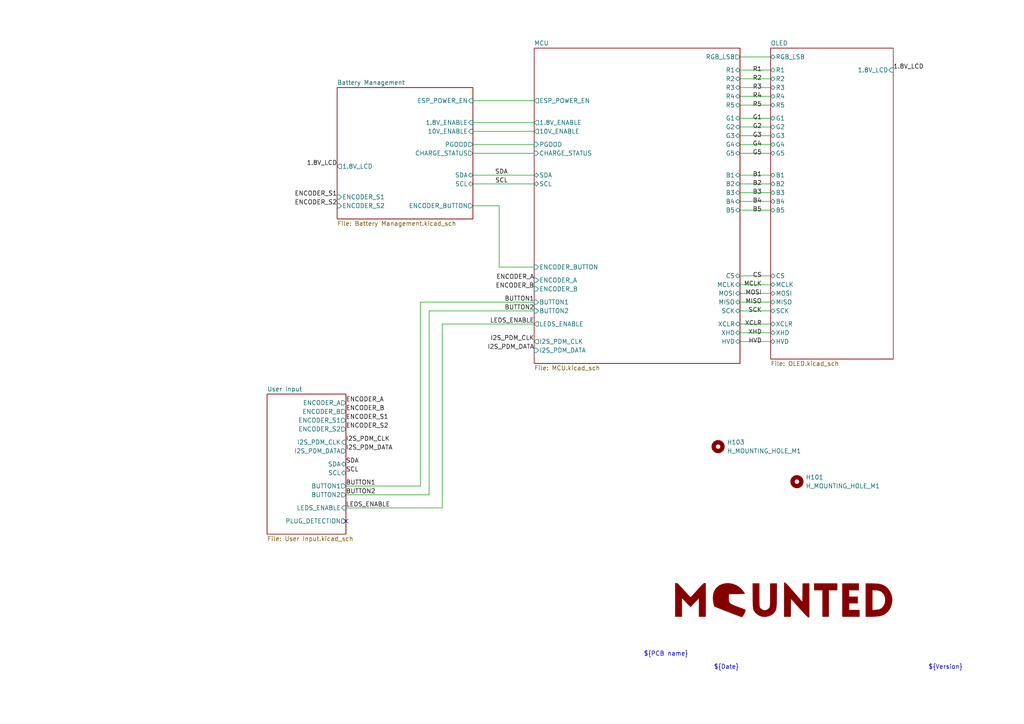
<source format=kicad_sch>
(kicad_sch (version 20231120) (generator "eeschema") (generator_version "8.0")
  (paper "A4")
  (lib_symbols
    (symbol ".mounted-lib:H_MOUNTING_HOLE_M1" (in_bom no)
      (property "Reference" "H?" (at 2.54 1.2701 0))
      (property "Value" "H_MOUNTING_HOLE_M1" (at 40.64 12.7 0))
      (symbol "H_MOUNTING_HOLE_M1_0_1"
        (circle (center 0 0) (radius 1.27) (stroke (width 1.27)))
      )
    )
    (symbol ".mounted-lib:mounted_logo" (pin_names (offset 1.016)) (in_bom no)
      (symbol "mounted_logo_0_0"
        (polyline (pts (xy 13.0541 -1.012) (xy 13.0541 2.8335) (xy 14.2685 2.8335) (xy 15.4828 2.8335) (xy 15.4828 3.7948) (xy 15.4828 4.7562) (xy 12.1434 4.7562) (xy 8.8039 4.7562) (xy 8.8039 3.7948) (xy 8.8039 2.8335) (xy 10.0183 2.8335) (xy 11.2326 2.8335) (xy 11.2326 -1.012) (xy 11.2326 -4.8574) (xy 12.1434 -4.8574) (xy 13.0541 -4.8574) (xy 13.0541 -1.012)) (stroke (width 0.01)) (fill (type outline)))
        (polyline (pts (xy 21.9593 -3.896) (xy 21.9593 -2.9347) (xy 20.4414 -2.9347) (xy 18.9235 -2.9347) (xy 18.9235 -1.9733) (xy 18.9235 -1.012) (xy 20.1884 -1.012) (xy 21.4533 -1.012) (xy 21.4533 -0.0506) (xy 21.4533 0.9107) (xy 20.1884 0.9107) (xy 18.9235 0.9107) (xy 18.9235 1.8721) (xy 18.9235 2.8335) (xy 20.3402 2.8335) (xy 21.7569 2.8335) (xy 21.7569 3.7948) (xy 21.7569 4.7562) (xy 19.3788 4.7562) (xy 17.0008 4.7562) (xy 17.0008 -0.0506) (xy 17.0008 -4.8574) (xy 19.48 -4.8574) (xy 21.9593 -4.8574) (xy 21.9593 -3.896)) (stroke (width 0.01)) (fill (type outline)))
        (polyline (pts (xy 7.3872 -0.1518) (xy 7.3872 4.7562) (xy 6.4275 4.7562) (xy 5.4678 4.7562) (xy 5.4409 2.0564) (xy 5.4139 -0.6433) (xy 3.0016 2.1576) (xy 2.3562 2.9042) (xy 1.8128 3.5255) (xy 1.3749 4.0164) (xy 1.0304 4.3895) (xy 0.7673 4.6575) (xy 0.5734 4.8332) (xy 0.4367 4.9293) (xy 0.3452 4.9585) (xy 0.1012 4.9585) (xy 0.1012 0.0506) (xy 0.1012 -4.8574) (xy 1.0608 -4.8574) (xy 2.0205 -4.8574) (xy 2.0475 -2.2586) (xy 2.0745 0.3401) (xy 4.5011 -2.3598) (xy 4.7 -2.5808) (xy 5.3538 -3.3024) (xy 5.8892 -3.8837) (xy 6.3167 -4.3354) (xy 6.6469 -4.6683) (xy 6.8901 -4.8929) (xy 7.0568 -5.0198) (xy 7.1575 -5.0598) (xy 7.3872 -5.0598) (xy 7.3872 -0.1518)) (stroke (width 0.01)) (fill (type outline)))
        (polyline (pts (xy -29.5449 -2.1504) (xy -29.5409 0.5566) (xy -28.3053 -0.7424) (xy -27.0698 -2.0414) (xy -25.8301 -0.7769) (xy -24.5905 0.4877) (xy -24.5905 -2.1848) (xy -24.5905 -4.8574) (xy -23.6291 -4.8574) (xy -22.6678 -4.8574) (xy -22.6678 0) (xy -22.6678 4.8574) (xy -22.9639 4.8574) (xy -23.0357 4.8497) (xy -23.152 4.8043) (xy -23.2999 4.7038) (xy -23.4963 4.5321) (xy -23.7582 4.2729) (xy -24.1025 3.9099) (xy -24.5462 3.4271) (xy -25.1062 2.8082) (xy -25.1312 2.7804) (xy -25.6173 2.2426) (xy -26.059 1.757) (xy -26.4383 1.3434) (xy -26.7368 1.0213) (xy -26.9366 0.8106) (xy -27.0195 0.7308) (xy -27.0218 0.7308) (xy -27.1159 0.8089) (xy -27.3249 1.0176) (xy -27.6307 1.3378) (xy -28.0155 1.7506) (xy -28.4613 2.237) (xy -28.9503 2.7779) (xy -29.0633 2.9036) (xy -29.5971 3.4952) (xy -30.0179 3.9544) (xy -30.3429 4.2978) (xy -30.5897 4.5419) (xy -30.7757 4.7032) (xy -30.9183 4.7982) (xy -31.0349 4.8433) (xy -31.1429 4.8552) (xy -31.4717 4.8574) (xy -31.4717 0) (xy -31.4717 -4.8574) (xy -30.5104 -4.8574) (xy -29.549 -4.8574) (xy -29.5449 -2.1504)) (stroke (width 0.01)) (fill (type outline)))
        (polyline (pts (xy 25.4253 -4.8556) (xy 25.6404 -4.8547) (xy 26.5575 -4.83) (xy 27.3171 -4.7676) (xy 27.9546 -4.662) (xy 28.505 -4.5079) (xy 29.0036 -4.2997) (xy 29.5084 -3.9977) (xy 30.1403 -3.435) (xy 30.6643 -2.7409) (xy 31.0657 -1.9468) (xy 31.3296 -1.0838) (xy 31.4411 -0.1834) (xy 31.3855 0.7233) (xy 31.3804 0.7543) (xy 31.1515 1.6264) (xy 30.7776 2.4404) (xy 30.2822 3.162) (xy 29.6889 3.7567) (xy 29.0211 4.19) (xy 28.8905 4.2515) (xy 28.3813 4.4468) (xy 27.8162 4.589) (xy 27.1592 4.6839) (xy 26.3743 4.7372) (xy 25.4253 4.7544) (xy 23.7808 4.7562) (xy 23.7808 -0.0506) (xy 23.7808 -2.9588) (xy 25.7035 -2.9588) (xy 25.7035 -0.0506) (xy 25.7035 2.8576) (xy 26.6396 2.8137) (xy 26.8905 2.7983) (xy 27.5042 2.7136) (xy 27.9891 2.5521) (xy 28.3954 2.2928) (xy 28.7736 1.9144) (xy 29.1102 1.4237) (xy 29.364 0.7385) (xy 29.4478 -0.0506) (xy 29.4393 -0.2952) (xy 29.3007 -1.042) (xy 29.0038 -1.702) (xy 28.5635 -2.248) (xy 27.9949 -2.6533) (xy 27.9266 -2.6869) (xy 27.6052 -2.8006) (xy 27.195 -2.8729) (xy 26.6396 -2.9149) (xy 25.7035 -2.9588) (xy 23.7808 -2.9588) (xy 23.7808 -4.8574) (xy 25.4253 -4.8556)) (stroke (width 0.01)) (fill (type outline)))
        (polyline (pts (xy -4.4754 -4.7478) (xy -3.7692 -4.467) (xy -3.1608 -4.0647) (xy -2.6916 -3.5562) (xy -2.613 -3.4418) (xy -2.4727 -3.2245) (xy -2.3593 -3.0132) (xy -2.2696 -2.7847) (xy -2.2006 -2.5159) (xy -2.149 -2.1837) (xy -2.1119 -1.7649) (xy -2.086 -1.2363) (xy -2.0683 -0.5748) (xy -2.0556 0.2428) (xy -2.0449 1.2396) (xy -2.0099 4.7562) (xy -2.9783 4.7562) (xy -3.9467 4.7562) (xy -3.9468 1.442) (xy -3.9473 0.7789) (xy -3.95 -0.014) (xy -3.956 -0.6426) (xy -3.9665 -1.1295) (xy -3.9826 -1.4973) (xy -4.0053 -1.7684) (xy -4.0357 -1.9652) (xy -4.0748 -2.1104) (xy -4.1239 -2.2263) (xy -4.3189 -2.4863) (xy -4.677 -2.7631) (xy -5.0995 -2.9601) (xy -5.5113 -3.0336) (xy -5.7577 -3.0059) (xy -6.2007 -2.8542) (xy -6.601 -2.6075) (xy -6.8788 -2.3081) (xy -6.9051 -2.2636) (xy -6.9556 -2.1601) (xy -6.9955 -2.0331) (xy -7.0261 -1.8603) (xy -7.0487 -1.6193) (xy -7.0643 -1.2877) (xy -7.0744 -0.8433) (xy -7.0801 -0.2635) (xy -7.0827 0.474) (xy -7.0833 1.3914) (xy -7.0837 4.7562) (xy -8.051 4.7562) (xy -9.0182 4.7562) (xy -8.983 1.189) (xy -8.9744 0.3875) (xy -8.9633 -0.4295) (xy -8.9503 -1.0843) (xy -8.9342 -1.5993) (xy -8.914 -1.9967) (xy -8.8883 -2.2985) (xy -8.8561 -2.5271) (xy -8.8161 -2.7046) (xy -8.7671 -2.8532) (xy -8.6157 -3.18) (xy -8.1881 -3.771) (xy -7.62 -4.2662) (xy -6.948 -4.6372) (xy -6.2083 -4.8553) (xy -6.0147 -4.8833) (xy -5.2378 -4.8917) (xy -4.4754 -4.7478)) (stroke (width 0.01)) (fill (type outline)))
        (polyline (pts (xy -12.033 -4.8536) (xy -11.8228 -4.6062) (xy -11.5946 -4.2448) (xy -11.3715 -3.8054) (xy -11.1767 -3.3242) (xy -11.1344 -3.2018) (xy -11.0898 -3.0068) (xy -11.143 -2.8972) (xy -11.3132 -2.7992) (xy -11.4369 -2.7453) (xy -11.7403 -2.6255) (xy -12.1683 -2.4635) (xy -12.6832 -2.2735) (xy -13.2473 -2.0698) (xy -13.685 -1.9116) (xy -14.3947 -1.6403) (xy -14.9424 -1.397) (xy -15.3488 -1.1615) (xy -15.6346 -0.9134) (xy -15.8208 -0.6324) (xy -15.928 -0.2982) (xy -15.9771 0.1096) (xy -15.9889 0.6113) (xy -15.9885 0.757) (xy -15.9792 1.1798) (xy -15.9532 1.4468) (xy -15.9049 1.5943) (xy -15.8288 1.6589) (xy -15.8013 1.6651) (xy -15.5957 1.6827) (xy -15.2307 1.6979) (xy -14.7385 1.7098) (xy -14.1513 1.7175) (xy -13.5013 1.7203) (xy -13.2539 1.7207) (xy -12.6407 1.7258) (xy -12.1129 1.736) (xy -11.6996 1.7502) (xy -11.4302 1.7676) (xy -11.3339 1.7873) (xy -11.3479 1.8507) (xy -11.4667 2.0761) (xy -11.6796 2.3844) (xy -11.9541 2.7332) (xy -12.2575 3.08) (xy -12.5574 3.3822) (xy -13.1861 3.8791) (xy -14.0562 4.357) (xy -14.9946 4.6741) (xy -15.9634 4.818) (xy -16.9248 4.7769) (xy -16.9567 4.7722) (xy -17.8565 4.5627) (xy -18.6212 4.2205) (xy -19.2773 3.7338) (xy -19.3987 3.6179) (xy -19.9135 2.9955) (xy -20.2685 2.2952) (xy -20.4741 1.4909) (xy -20.5407 0.5566) (xy -20.5381 0.4182) (xy -20.5054 -0.0257) (xy -20.4425 -0.5134) (xy -20.3587 -0.9959) (xy -20.2631 -1.4239) (xy -20.1651 -1.7483) (xy -20.0739 -1.9202) (xy -20.0687 -1.9236) (xy -19.9337 -1.9838) (xy -19.6386 -2.1053) (xy -19.2081 -2.2785) (xy -18.6668 -2.4936) (xy -18.0396 -2.7412) (xy -17.351 -3.0114) (xy -16.6258 -3.2948) (xy -15.8887 -3.5816) (xy -15.1644 -3.8623) (xy -14.4776 -4.1272) (xy -13.8529 -4.3666) (xy -13.3151 -4.571) (xy -12.8888 -4.7307) (xy -12.5988 -4.8361) (xy -12.5944 -4.8376) (xy -12.3603 -4.9142) (xy -12.2194 -4.9506) (xy -12.202 -4.9508) (xy -12.033 -4.8536)) (stroke (width 0.01)) (fill (type outline)))
      )
    )
  )
  (no_connect (at 100.33 151.13))
  (wire (pts (xy 214.63 55.88) (xy 223.52 55.88)))
  (wire (pts (xy 214.63 30.48) (xy 223.52 30.48)))
  (wire (pts (xy 214.63 50.8) (xy 223.52 50.8)))
  (wire (pts (xy 214.63 60.96) (xy 223.52 60.96)))
  (wire (pts (xy 144.78 77.47) (xy 154.94 77.47)))
  (wire (pts (xy 214.63 85.09) (xy 223.52 85.09)))
  (wire (pts (xy 214.63 53.34) (xy 223.52 53.34)))
  (wire (pts (xy 128.27 93.98) (xy 128.27 147.32)))
  (wire (pts (xy 214.63 99.06) (xy 223.52 99.06)))
  (wire (pts (xy 214.63 25.4) (xy 223.52 25.4)))
  (wire (pts (xy 214.63 36.83) (xy 223.52 36.83)))
  (wire (pts (xy 154.94 93.98) (xy 128.27 93.98)))
  (wire (pts (xy 137.16 59.69) (xy 144.78 59.69)))
  (wire (pts (xy 214.63 20.32) (xy 223.52 20.32)))
  (wire (pts (xy 214.63 44.45) (xy 223.52 44.45)))
  (wire (pts (xy 214.63 39.37) (xy 223.52 39.37)))
  (wire (pts (xy 214.63 80.01) (xy 223.52 80.01)))
  (wire (pts (xy 214.63 58.42) (xy 223.52 58.42)))
  (wire (pts (xy 137.16 29.21) (xy 154.94 29.21)))
  (wire (pts (xy 137.16 50.8) (xy 154.94 50.8)))
  (wire (pts (xy 121.92 87.63) (xy 154.94 87.63)))
  (wire (pts (xy 214.63 87.63) (xy 223.52 87.63)))
  (wire (pts (xy 137.16 53.34) (xy 154.94 53.34)))
  (wire (pts (xy 214.63 90.17) (xy 223.52 90.17)))
  (wire (pts (xy 137.16 35.56) (xy 154.94 35.56)))
  (wire (pts (xy 214.63 34.29) (xy 223.52 34.29)))
  (wire (pts (xy 214.63 82.55) (xy 223.52 82.55)))
  (wire (pts (xy 214.63 27.94) (xy 223.52 27.94)))
  (wire (pts (xy 100.33 143.51) (xy 124.46 143.51)))
  (wire (pts (xy 128.27 147.32) (xy 100.33 147.32)))
  (wire (pts (xy 124.46 143.51) (xy 124.46 90.17)))
  (wire (pts (xy 137.16 44.45) (xy 154.94 44.45)))
  (wire (pts (xy 137.16 41.91) (xy 154.94 41.91)))
  (wire (pts (xy 214.63 22.86) (xy 223.52 22.86)))
  (wire (pts (xy 100.33 140.97) (xy 121.92 140.97)))
  (wire (pts (xy 144.78 59.69) (xy 144.78 77.47)))
  (wire (pts (xy 214.63 93.98) (xy 223.52 93.98)))
  (wire (pts (xy 121.92 140.97) (xy 121.92 87.63)))
  (wire (pts (xy 137.16 38.1) (xy 154.94 38.1)))
  (wire (pts (xy 124.46 90.17) (xy 154.94 90.17)))
  (wire (pts (xy 214.63 16.51) (xy 223.52 16.51)))
  (wire (pts (xy 214.63 41.91) (xy 223.52 41.91)))
  (wire (pts (xy 214.63 96.52) (xy 223.52 96.52)))
  (text "${PCB name}" (at 186.69 190.5 0) (effects (font (size 1.27 1.27)) (justify left bottom)))
  (text "${Date}" (at 207.01 194.31 0) (effects (font (size 1.27 1.27)) (justify left bottom)))
  (text "${Version}" (at 269.24 194.31 0) (effects (font (size 1.27 1.27)) (justify left bottom)))
  (label "G5" (at 220.98 44.45 180))
  (label "HVD" (at 220.98 99.06 180))
  (label "SCK" (at 220.98 90.17 180))
  (label "B2" (at 220.98 53.34 180))
  (label "B3" (at 220.98 55.88 180))
  (label "LEDS_ENABLE" (at 154.94 93.98 180))
  (label "ENCODER_S2" (at 97.79 59.69 180))
  (label "R5" (at 220.98 30.48 180))
  (label "R2" (at 220.98 22.86 180))
  (label "XCLR" (at 220.98 93.98 180))
  (label "1.8V_LCD" (at 97.79 48.26 180))
  (label "I2S_PDM_CLK" (at 154.94 99.06 180))
  (label "B5" (at 220.98 60.96 180))
  (label "G3" (at 220.98 39.37 180))
  (label "I2S_PDM_CLK" (at 100.33 128.27 0))
  (label "R3" (at 220.98 25.4 180))
  (label "B1" (at 220.98 50.8 180))
  (label "BUTTON1" (at 154.94 87.63 180))
  (label "ENCODER_S2" (at 100.33 124.46 0))
  (label "R4" (at 220.98 27.94 180))
  (label "I2S_PDM_DATA" (at 154.94 101.6 180))
  (label "BUTTON1" (at 100.33 140.97 0))
  (label "ENCODER_S1" (at 100.33 121.92 0))
  (label "ENCODER_S1" (at 97.79 57.15 180))
  (label "LEDS_ENABLE" (at 100.33 147.32 0))
  (label "I2S_PDM_DATA" (at 100.33 130.81 0))
  (label "XHD" (at 220.98 96.52 180))
  (label "SCL" (at 147.32 53.34 180))
  (label "BUTTON2" (at 100.33 143.51 0))
  (label "ENCODER_A" (at 100.33 116.84 0))
  (label "R1" (at 220.98 20.32 180))
  (label "ENCODER_B" (at 154.94 83.82 180))
  (label "CS" (at 220.98 80.01 180))
  (label "G1" (at 220.98 34.29 180))
  (label "SDA" (at 100.33 134.62 0))
  (label "MOSI" (at 220.98 85.09 180))
  (label "SCL" (at 100.33 137.16 0))
  (label "SDA" (at 147.32 50.8 180))
  (label "MISO" (at 220.98 87.63 180))
  (label "ENCODER_A" (at 154.94 81.28 180))
  (label "B4" (at 220.98 58.42 180))
  (label "MCLK" (at 220.98 82.55 180))
  (label "BUTTON2" (at 154.94 90.17 180))
  (label "G4" (at 220.98 41.91 180))
  (label "G2" (at 220.98 36.83 180))
  (label "ENCODER_B" (at 100.33 119.38 0))
  (label "1.8V_LCD" (at 259.08 20.32 0))
  (symbol (lib_id ".mounted-lib:H_MOUNTING_HOLE_M1") (at 231.14 139.7 0) (unit 1) (in_bom no)
    (property "Reference" "H101" (at 233.68 138.43 0) (effects (justify left)))
    (property "Value" "H_MOUNTING_HOLE_M1" (at 233.68 140.97 0) (effects (justify left)))
    (property "Footprint" ".mounted-lib:MountingHole_1.2mm_M1" (effects (hide yes)))
    (property "Datasheet" "http://127.0.0.1" (effects (hide yes)))
    (property "DisplayValue" "Screw" (effects (hide yes)))
    (property "Category" "MECHANICAL" (effects (hide yes)))
    (property "Family" "Hole" (effects (hide yes)))
    (property "_Created" "GCE 2022-06-15" (effects (hide yes)))
    (property "Mount" "PCB" (effects (hide yes)))
    (property "Package" "1.2mm HOLE" (effects (hide yes)))
    (property "Automotive" "N" (effects (hide yes)))
    (property "MaxHeight_mm" "0mm" (effects (hide yes)))
  )
  (symbol (lib_id ".mounted-lib:mounted_logo") (at 227.33 173.99 0) (unit 1) (in_bom no)
    (property "Reference" "LOGO101" (effects (hide yes)))
    (property "Value" "mounted_logo" (effects (hide yes)))
    (property "Footprint" ".mounted-lib:mounted_logo" (effects (hide yes)))
  )
  (symbol (lib_id ".mounted-lib:H_MOUNTING_HOLE_M1") (at 208.28 129.54 0) (unit 1) (in_bom no)
    (property "Reference" "H103" (at 210.82 128.27 0) (effects (justify left)))
    (property "Value" "H_MOUNTING_HOLE_M1" (at 210.82 130.81 0) (effects (justify left)))
    (property "Footprint" ".mounted-lib:MountingHole_1.2mm_M1" (effects (hide yes)))
    (property "Datasheet" "http://127.0.0.1" (effects (hide yes)))
    (property "DisplayValue" "Screw" (effects (hide yes)))
    (property "Category" "MECHANICAL" (effects (hide yes)))
    (property "Family" "Hole" (effects (hide yes)))
    (property "_Created" "GCE 2022-06-15" (effects (hide yes)))
    (property "Mount" "PCB" (effects (hide yes)))
    (property "Package" "1.2mm HOLE" (effects (hide yes)))
    (property "Automotive" "N" (effects (hide yes)))
    (property "MaxHeight_mm" "0mm" (effects (hide yes)))
  )
  (sheet (at 77.47 114.3) (size 22.86 40.64) (stroke (width 0.1524))
    (property "Sheetname" "User Input" (at 77.47 113.5884 0) (effects (justify left bottom)))
    (property "Sheetfile" "User Input.kicad_sch" (at 77.47 155.5246 0) (effects (justify left top)))
    (pin "ENCODER_A" output (at 100.33 116.84 0))
    (pin "ENCODER_B" output (at 100.33 119.38 0))
    (pin "ENCODER_S2" output (at 100.33 124.46 0))
    (pin "ENCODER_S1" output (at 100.33 121.92 0))
    (pin "I2S_PDM_CLK" input (at 100.33 128.27 0))
    (pin "I2S_PDM_DATA" output (at 100.33 130.81 0))
    (pin "SDA" bidirectional (at 100.33 134.62 0))
    (pin "SCL" bidirectional (at 100.33 137.16 0))
    (pin "BUTTON1" output (at 100.33 140.97 0))
    (pin "BUTTON2" output (at 100.33 143.51 0))
    (pin "LEDS_ENABLE" input (at 100.33 147.32 0))
    (pin "PLUG_DETECTION" output (at 100.33 151.13 0))
  )
  (sheet (at 97.79 25.4) (size 39.37 38.1) (stroke (width 0.1524))
    (property "Sheetname" "Battery Management" (at 97.79 24.6884 0) (effects (justify left bottom)))
    (property "Sheetfile" "Battery Management.kicad_sch" (at 97.79 64.0846 0) (effects (justify left top)))
    (pin "SCL" bidirectional (at 137.16 53.34 0))
    (pin "SDA" bidirectional (at 137.16 50.8 0))
    (pin "ESP_POWER_EN" input (at 137.16 29.21 0))
    (pin "ENCODER_S1" input (at 97.79 57.15 180))
    (pin "ENCODER_S2" input (at 97.79 59.69 180))
    (pin "1.8V_ENABLE" input (at 137.16 35.56 0))
    (pin "1.8V_LCD" output (at 97.79 48.26 180))
    (pin "ENCODER_BUTTON" output (at 137.16 59.69 0))
    (pin "10V_ENABLE" input (at 137.16 38.1 0))
    (pin "PGOOD" output (at 137.16 41.91 0))
    (pin "CHARGE_STATUS" output (at 137.16 44.45 0))
  )
  (sheet (at 223.52 13.97) (size 35.56 90.17) (stroke (width 0.1524))
    (property "Sheetname" "OLED" (at 223.52 13.2584 0) (effects (justify left bottom)))
    (property "Sheetfile" "OLED.kicad_sch" (at 223.52 104.7246 0) (effects (justify left top)))
    (pin "RGB_LSB" bidirectional (at 223.52 16.51 180))
    (pin "XHD" bidirectional (at 223.52 96.52 180))
    (pin "MISO" bidirectional (at 223.52 87.63 180))
    (pin "HVD" bidirectional (at 223.52 99.06 180))
    (pin "SCK" bidirectional (at 223.52 90.17 180))
    (pin "XCLR" bidirectional (at 223.52 93.98 180))
    (pin "MOSI" bidirectional (at 223.52 85.09 180))
    (pin "MCLK" bidirectional (at 223.52 82.55 180))
    (pin "R2" bidirectional (at 223.52 22.86 180))
    (pin "R1" bidirectional (at 223.52 20.32 180))
    (pin "G2" bidirectional (at 223.52 36.83 180))
    (pin "G1" bidirectional (at 223.52 34.29 180))
    (pin "R4" bidirectional (at 223.52 27.94 180))
    (pin "R5" bidirectional (at 223.52 30.48 180))
    (pin "R3" bidirectional (at 223.52 25.4 180))
    (pin "G3" bidirectional (at 223.52 39.37 180))
    (pin "G5" bidirectional (at 223.52 44.45 180))
    (pin "G4" bidirectional (at 223.52 41.91 180))
    (pin "B1" bidirectional (at 223.52 50.8 180))
    (pin "B5" bidirectional (at 223.52 60.96 180))
    (pin "B2" bidirectional (at 223.52 53.34 180))
    (pin "B3" bidirectional (at 223.52 55.88 180))
    (pin "B4" bidirectional (at 223.52 58.42 180))
    (pin "CS" bidirectional (at 223.52 80.01 180))
    (pin "1.8V_LCD" input (at 259.08 20.32 0))
  )
  (sheet (at 154.94 13.97) (size 59.69 91.44) (stroke (width 0.1524))
    (property "Sheetname" "MCU" (at 154.94 13.2584 0) (effects (justify left bottom)))
    (property "Sheetfile" "MCU.kicad_sch" (at 154.94 105.9946 0) (effects (justify left top)))
    (pin "SCL" bidirectional (at 154.94 53.34 180))
    (pin "SDA" bidirectional (at 154.94 50.8 180))
    (pin "B5" bidirectional (at 214.63 60.96 0))
    (pin "MCLK" bidirectional (at 214.63 82.55 0))
    (pin "XCLR" bidirectional (at 214.63 93.98 0))
    (pin "CS" bidirectional (at 214.63 80.01 0))
    (pin "G2" bidirectional (at 214.63 36.83 0))
    (pin "G3" bidirectional (at 214.63 39.37 0))
    (pin "G4" bidirectional (at 214.63 41.91 0))
    (pin "G5" bidirectional (at 214.63 44.45 0))
    (pin "HVD" bidirectional (at 214.63 99.06 0))
    (pin "R3" bidirectional (at 214.63 25.4 0))
    (pin "R4" bidirectional (at 214.63 27.94 0))
    (pin "R5" bidirectional (at 214.63 30.48 0))
    (pin "G1" bidirectional (at 214.63 34.29 0))
    (pin "XHD" bidirectional (at 214.63 96.52 0))
    (pin "R2" bidirectional (at 214.63 22.86 0))
    (pin "R1" bidirectional (at 214.63 20.32 0))
    (pin "MISO" bidirectional (at 214.63 87.63 0))
    (pin "MOSI" bidirectional (at 214.63 85.09 0))
    (pin "SCK" bidirectional (at 214.63 90.17 0))
    (pin "B2" bidirectional (at 214.63 53.34 0))
    (pin "B1" bidirectional (at 214.63 50.8 0))
    (pin "B3" bidirectional (at 214.63 55.88 0))
    (pin "B4" bidirectional (at 214.63 58.42 0))
    (pin "ESP_POWER_EN" output (at 154.94 29.21 180))
    (pin "I2S_PDM_CLK" output (at 154.94 99.06 180))
    (pin "I2S_PDM_DATA" input (at 154.94 101.6 180))
    (pin "BUTTON1" input (at 154.94 87.63 180))
    (pin "RGB_LSB" output (at 214.63 16.51 0))
    (pin "10V_ENABLE" output (at 154.94 38.1 180))
    (pin "ENCODER_BUTTON" input (at 154.94 77.47 180))
    (pin "BUTTON2" input (at 154.94 90.17 180))
    (pin "1.8V_ENABLE" output (at 154.94 35.56 180))
    (pin "ENCODER_A" input (at 154.94 81.28 180))
    (pin "ENCODER_B" input (at 154.94 83.82 180))
    (pin "PGOOD" input (at 154.94 41.91 180))
    (pin "CHARGE_STATUS" input (at 154.94 44.45 180))
    (pin "LEDS_ENABLE" output (at 154.94 93.98 180))
  )
)
</source>
